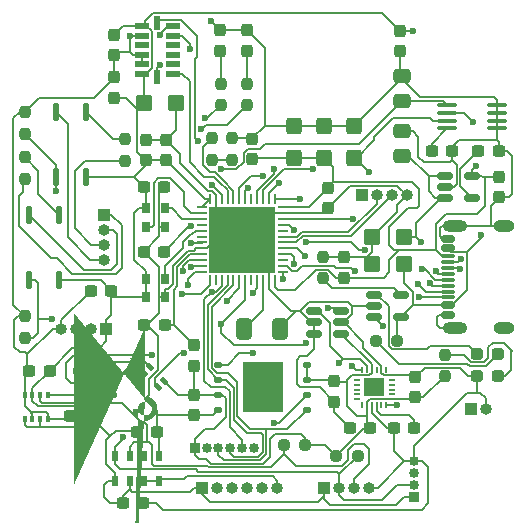
<source format=gtl>
G04 #@! TF.GenerationSoftware,KiCad,Pcbnew,8.0.7*
G04 #@! TF.CreationDate,2024-12-11T19:40:25+05:30*
G04 #@! TF.ProjectId,SNSRTG401V30,534e5352-5447-4343-9031-5633302e6b69,3.0*
G04 #@! TF.SameCoordinates,Original*
G04 #@! TF.FileFunction,Copper,L1,Top*
G04 #@! TF.FilePolarity,Positive*
%FSLAX46Y46*%
G04 Gerber Fmt 4.6, Leading zero omitted, Abs format (unit mm)*
G04 Created by KiCad (PCBNEW 8.0.7) date 2024-12-11 19:40:25*
%MOMM*%
%LPD*%
G01*
G04 APERTURE LIST*
G04 Aperture macros list*
%AMRoundRect*
0 Rectangle with rounded corners*
0 $1 Rounding radius*
0 $2 $3 $4 $5 $6 $7 $8 $9 X,Y pos of 4 corners*
0 Add a 4 corners polygon primitive as box body*
4,1,4,$2,$3,$4,$5,$6,$7,$8,$9,$2,$3,0*
0 Add four circle primitives for the rounded corners*
1,1,$1+$1,$2,$3*
1,1,$1+$1,$4,$5*
1,1,$1+$1,$6,$7*
1,1,$1+$1,$8,$9*
0 Add four rect primitives between the rounded corners*
20,1,$1+$1,$2,$3,$4,$5,0*
20,1,$1+$1,$4,$5,$6,$7,0*
20,1,$1+$1,$6,$7,$8,$9,0*
20,1,$1+$1,$8,$9,$2,$3,0*%
%AMRotRect*
0 Rectangle, with rotation*
0 The origin of the aperture is its center*
0 $1 length*
0 $2 width*
0 $3 Rotation angle, in degrees counterclockwise*
0 Add horizontal line*
21,1,$1,$2,0,0,$3*%
%AMFreePoly0*
4,1,59,0.202894,0.210017,0.397992,0.150835,0.577793,0.054728,0.735390,-0.074609,0.864728,-0.232207,0.960835,-0.412008,1.020017,-0.607106,1.040001,-0.810000,1.020017,-1.012894,0.960835,-1.207992,0.864728,-1.387793,0.735391,-1.545390,0.577793,-1.674728,0.397992,-1.770835,0.202894,-1.830017,0.000000,-1.850001,-0.202894,-1.830017,-0.397992,-1.770835,-0.577793,-1.674728,-0.735391,-1.545390,
-0.864728,-1.387793,-0.960835,-1.207992,-1.020017,-1.012894,-1.040001,-0.810000,-0.585005,-0.809999,-0.565071,-0.961410,-0.506629,-1.102503,-0.413661,-1.223660,-0.292503,-1.316629,-0.151410,-1.375071,0.000000,-1.395004,0.151410,-1.375071,0.292503,-1.316629,0.413661,-1.223660,0.506629,-1.102503,0.565071,-0.961410,0.585005,-0.809999,0.565071,-0.658590,0.506629,-0.517498,0.413661,-0.396338,
0.292503,-0.303371,0.151410,-0.244929,0.000000,-0.224994,-0.151410,-0.244929,-0.292502,-0.303371,-0.413661,-0.396338,-0.506629,-0.517498,-0.565071,-0.658590,-0.585005,-0.809999,-1.040001,-0.810000,-1.020017,-0.607106,-0.960835,-0.412008,-0.864728,-0.232207,-0.735390,-0.074609,-0.577793,0.054728,-0.397992,0.150835,-0.202894,0.210017,0.000000,0.230001,0.202894,0.210017,0.202894,0.210017,
$1*%
G04 Aperture macros list end*
G04 #@! TA.AperFunction,SMDPad,CuDef*
%ADD10RoundRect,0.237500X0.250000X0.237500X-0.250000X0.237500X-0.250000X-0.237500X0.250000X-0.237500X0*%
G04 #@! TD*
G04 #@! TA.AperFunction,ComponentPad*
%ADD11R,0.850000X0.850000*%
G04 #@! TD*
G04 #@! TA.AperFunction,ComponentPad*
%ADD12O,0.850000X0.850000*%
G04 #@! TD*
G04 #@! TA.AperFunction,SMDPad,CuDef*
%ADD13RoundRect,0.237500X0.300000X0.237500X-0.300000X0.237500X-0.300000X-0.237500X0.300000X-0.237500X0*%
G04 #@! TD*
G04 #@! TA.AperFunction,SMDPad,CuDef*
%ADD14RoundRect,0.237500X0.237500X-0.300000X0.237500X0.300000X-0.237500X0.300000X-0.237500X-0.300000X0*%
G04 #@! TD*
G04 #@! TA.AperFunction,SMDPad,CuDef*
%ADD15RoundRect,0.237500X0.237500X-0.250000X0.237500X0.250000X-0.237500X0.250000X-0.237500X-0.250000X0*%
G04 #@! TD*
G04 #@! TA.AperFunction,SMDPad,CuDef*
%ADD16RoundRect,0.237500X-0.287500X-0.237500X0.287500X-0.237500X0.287500X0.237500X-0.287500X0.237500X0*%
G04 #@! TD*
G04 #@! TA.AperFunction,SMDPad,CuDef*
%ADD17RoundRect,0.237500X-0.237500X0.250000X-0.237500X-0.250000X0.237500X-0.250000X0.237500X0.250000X0*%
G04 #@! TD*
G04 #@! TA.AperFunction,ComponentPad*
%ADD18R,1.000000X1.000000*%
G04 #@! TD*
G04 #@! TA.AperFunction,ComponentPad*
%ADD19O,1.000000X1.000000*%
G04 #@! TD*
G04 #@! TA.AperFunction,SMDPad,CuDef*
%ADD20RoundRect,0.250000X-0.450000X-0.425000X0.450000X-0.425000X0.450000X0.425000X-0.450000X0.425000X0*%
G04 #@! TD*
G04 #@! TA.AperFunction,SMDPad,CuDef*
%ADD21RoundRect,0.237500X-0.300000X-0.237500X0.300000X-0.237500X0.300000X0.237500X-0.300000X0.237500X0*%
G04 #@! TD*
G04 #@! TA.AperFunction,SMDPad,CuDef*
%ADD22RoundRect,0.250000X0.425000X-0.450000X0.425000X0.450000X-0.425000X0.450000X-0.425000X-0.450000X0*%
G04 #@! TD*
G04 #@! TA.AperFunction,SMDPad,CuDef*
%ADD23R,0.650000X0.850000*%
G04 #@! TD*
G04 #@! TA.AperFunction,SMDPad,CuDef*
%ADD24R,1.145000X0.550000*%
G04 #@! TD*
G04 #@! TA.AperFunction,SMDPad,CuDef*
%ADD25R,0.550000X1.145000*%
G04 #@! TD*
G04 #@! TA.AperFunction,SMDPad,CuDef*
%ADD26RoundRect,0.150000X-0.512500X-0.150000X0.512500X-0.150000X0.512500X0.150000X-0.512500X0.150000X0*%
G04 #@! TD*
G04 #@! TA.AperFunction,SMDPad,CuDef*
%ADD27RoundRect,0.237500X-0.237500X0.300000X-0.237500X-0.300000X0.237500X-0.300000X0.237500X0.300000X0*%
G04 #@! TD*
G04 #@! TA.AperFunction,SMDPad,CuDef*
%ADD28RoundRect,0.100000X-0.712500X-0.100000X0.712500X-0.100000X0.712500X0.100000X-0.712500X0.100000X0*%
G04 #@! TD*
G04 #@! TA.AperFunction,SMDPad,CuDef*
%ADD29RoundRect,0.125000X-0.200000X-0.125000X0.200000X-0.125000X0.200000X0.125000X-0.200000X0.125000X0*%
G04 #@! TD*
G04 #@! TA.AperFunction,SMDPad,CuDef*
%ADD30R,3.400000X4.300000*%
G04 #@! TD*
G04 #@! TA.AperFunction,SMDPad,CuDef*
%ADD31RoundRect,0.062500X-0.375000X-0.062500X0.375000X-0.062500X0.375000X0.062500X-0.375000X0.062500X0*%
G04 #@! TD*
G04 #@! TA.AperFunction,SMDPad,CuDef*
%ADD32RoundRect,0.062500X-0.062500X-0.375000X0.062500X-0.375000X0.062500X0.375000X-0.062500X0.375000X0*%
G04 #@! TD*
G04 #@! TA.AperFunction,SMDPad,CuDef*
%ADD33R,5.600000X5.600000*%
G04 #@! TD*
G04 #@! TA.AperFunction,SMDPad,CuDef*
%ADD34RoundRect,0.250000X0.450000X0.425000X-0.450000X0.425000X-0.450000X-0.425000X0.450000X-0.425000X0*%
G04 #@! TD*
G04 #@! TA.AperFunction,SMDPad,CuDef*
%ADD35RoundRect,0.237500X0.237500X-0.287500X0.237500X0.287500X-0.237500X0.287500X-0.237500X-0.287500X0*%
G04 #@! TD*
G04 #@! TA.AperFunction,SMDPad,CuDef*
%ADD36R,0.550000X0.950000*%
G04 #@! TD*
G04 #@! TA.AperFunction,SMDPad,CuDef*
%ADD37RotRect,0.450000X0.700000X225.000000*%
G04 #@! TD*
G04 #@! TA.AperFunction,SMDPad,CuDef*
%ADD38FreePoly0,225.000000*%
G04 #@! TD*
G04 #@! TA.AperFunction,SMDPad,CuDef*
%ADD39RoundRect,0.137500X-0.137500X0.587500X-0.137500X-0.587500X0.137500X-0.587500X0.137500X0.587500X0*%
G04 #@! TD*
G04 #@! TA.AperFunction,SMDPad,CuDef*
%ADD40RoundRect,0.237500X-0.237500X0.287500X-0.237500X-0.287500X0.237500X-0.287500X0.237500X0.287500X0*%
G04 #@! TD*
G04 #@! TA.AperFunction,SMDPad,CuDef*
%ADD41RoundRect,0.250000X-0.475000X0.337500X-0.475000X-0.337500X0.475000X-0.337500X0.475000X0.337500X0*%
G04 #@! TD*
G04 #@! TA.AperFunction,SMDPad,CuDef*
%ADD42RoundRect,0.250000X-0.412500X-0.650000X0.412500X-0.650000X0.412500X0.650000X-0.412500X0.650000X0*%
G04 #@! TD*
G04 #@! TA.AperFunction,SMDPad,CuDef*
%ADD43R,0.350000X0.500000*%
G04 #@! TD*
G04 #@! TA.AperFunction,SMDPad,CuDef*
%ADD44RoundRect,0.050000X-0.225000X-0.050000X0.225000X-0.050000X0.225000X0.050000X-0.225000X0.050000X0*%
G04 #@! TD*
G04 #@! TA.AperFunction,SMDPad,CuDef*
%ADD45RoundRect,0.050000X0.050000X-0.225000X0.050000X0.225000X-0.050000X0.225000X-0.050000X-0.225000X0*%
G04 #@! TD*
G04 #@! TA.AperFunction,SMDPad,CuDef*
%ADD46R,1.700000X1.540000*%
G04 #@! TD*
G04 #@! TA.AperFunction,SMDPad,CuDef*
%ADD47RoundRect,0.237500X-0.250000X-0.237500X0.250000X-0.237500X0.250000X0.237500X-0.250000X0.237500X0*%
G04 #@! TD*
G04 #@! TA.AperFunction,SMDPad,CuDef*
%ADD48RoundRect,0.150000X0.425000X-0.150000X0.425000X0.150000X-0.425000X0.150000X-0.425000X-0.150000X0*%
G04 #@! TD*
G04 #@! TA.AperFunction,SMDPad,CuDef*
%ADD49RoundRect,0.075000X0.500000X-0.075000X0.500000X0.075000X-0.500000X0.075000X-0.500000X-0.075000X0*%
G04 #@! TD*
G04 #@! TA.AperFunction,ComponentPad*
%ADD50O,2.100000X1.000000*%
G04 #@! TD*
G04 #@! TA.AperFunction,ComponentPad*
%ADD51O,1.800000X1.000000*%
G04 #@! TD*
G04 #@! TA.AperFunction,ViaPad*
%ADD52C,0.600000*%
G04 #@! TD*
G04 #@! TA.AperFunction,Conductor*
%ADD53C,0.150000*%
G04 #@! TD*
G04 APERTURE END LIST*
D10*
X113259700Y-54740000D03*
X111434700Y-54740000D03*
X88138000Y-57277000D03*
X86313000Y-57277000D03*
D11*
X114650000Y-67960000D03*
D12*
X114650000Y-66960000D03*
X114650000Y-65960000D03*
X114650000Y-64960000D03*
D13*
X93562500Y-53380000D03*
X91837500Y-53380000D03*
D14*
X100965000Y-39370000D03*
X100965000Y-37645000D03*
D15*
X97536000Y-39420800D03*
X97536000Y-37595800D03*
D16*
X120025000Y-55850000D03*
X121775000Y-55850000D03*
D14*
X107893800Y-59894500D03*
X107893800Y-58169500D03*
D17*
X99269900Y-37595800D03*
X99269900Y-39420800D03*
D18*
X88620600Y-53721000D03*
D19*
X87350600Y-53721000D03*
X86080600Y-53721000D03*
X84810600Y-53721000D03*
D20*
X91787500Y-34569400D03*
X94487500Y-34569400D03*
D15*
X106950000Y-49445000D03*
X106950000Y-47620000D03*
D11*
X96102800Y-63779400D03*
D12*
X97102800Y-63779400D03*
X98102800Y-63779400D03*
X99102800Y-63779400D03*
X100102800Y-63779400D03*
X101102800Y-63779400D03*
D21*
X112969300Y-62128400D03*
X114694300Y-62128400D03*
D18*
X88392000Y-44069000D03*
D19*
X88392000Y-45339000D03*
X88392000Y-46609000D03*
X88392000Y-47879000D03*
D21*
X91761500Y-41706800D03*
X93486500Y-41706800D03*
D22*
X104521000Y-39246800D03*
X104521000Y-36546800D03*
D23*
X91949000Y-45072600D03*
X93599000Y-45072600D03*
X93599000Y-43522600D03*
X91949000Y-43522600D03*
D24*
X91634000Y-28118000D03*
X91634000Y-28918000D03*
X91634000Y-29718000D03*
X91634000Y-30518000D03*
X91634000Y-31318000D03*
X91634000Y-32118000D03*
D25*
X92934000Y-32418000D03*
D24*
X94234000Y-32118000D03*
X94234000Y-31318000D03*
X94234000Y-30518000D03*
X94234000Y-29718000D03*
X94234000Y-28918000D03*
X94234000Y-28118000D03*
D25*
X92934000Y-27818000D03*
D26*
X106235000Y-52230000D03*
X106235000Y-53180000D03*
X106235000Y-54130000D03*
X108510000Y-54130000D03*
X108510000Y-53180000D03*
X108510000Y-52230000D03*
D15*
X90220800Y-39495100D03*
X90220800Y-37670100D03*
D27*
X89281000Y-32436900D03*
X89281000Y-34161900D03*
X121900000Y-40875000D03*
X121900000Y-42600000D03*
D14*
X93675200Y-39445100D03*
X93675200Y-37720100D03*
D23*
X91949000Y-51041600D03*
X93599000Y-51041600D03*
X93599000Y-49491600D03*
X91949000Y-49491600D03*
D28*
X117475000Y-34800000D03*
X117475000Y-35450000D03*
X117475000Y-36100000D03*
X117475000Y-36750000D03*
X121700000Y-36750000D03*
X121700000Y-36100000D03*
X121700000Y-35450000D03*
X121700000Y-34800000D03*
D13*
X91740000Y-68470000D03*
X90015000Y-68470000D03*
D26*
X117305000Y-40760000D03*
X117305000Y-41710000D03*
X117305000Y-42660000D03*
X119580000Y-42660000D03*
X119580000Y-40760000D03*
D29*
X98104000Y-56769000D03*
X98104000Y-58039000D03*
X98104000Y-59309000D03*
X98104000Y-60579000D03*
X105604000Y-60579000D03*
X105604000Y-59309000D03*
X105604000Y-58039000D03*
X105604000Y-56769000D03*
D30*
X101854000Y-58674000D03*
D15*
X98298000Y-34798000D03*
X98298000Y-32973000D03*
D18*
X96748600Y-67200000D03*
D19*
X98018600Y-67200000D03*
X99288600Y-67200000D03*
X100558600Y-67200000D03*
X101828600Y-67200000D03*
X103098600Y-67200000D03*
D31*
X96692500Y-43420000D03*
X96692500Y-43920000D03*
X96692500Y-44420000D03*
X96692500Y-44920000D03*
X96692500Y-45420000D03*
X96692500Y-45920000D03*
X96692500Y-46420000D03*
X96692500Y-46920000D03*
X96692500Y-47420000D03*
X96692500Y-47920000D03*
X96692500Y-48420000D03*
X96692500Y-48920000D03*
D32*
X97380000Y-49607500D03*
X97880000Y-49607500D03*
X98380000Y-49607500D03*
X98880000Y-49607500D03*
X99380000Y-49607500D03*
X99880000Y-49607500D03*
X100380000Y-49607500D03*
X100880000Y-49607500D03*
X101380000Y-49607500D03*
X101880000Y-49607500D03*
X102380000Y-49607500D03*
X102880000Y-49607500D03*
D31*
X103567500Y-48920000D03*
X103567500Y-48420000D03*
X103567500Y-47920000D03*
X103567500Y-47420000D03*
X103567500Y-46920000D03*
X103567500Y-46420000D03*
X103567500Y-45920000D03*
X103567500Y-45420000D03*
X103567500Y-44920000D03*
X103567500Y-44420000D03*
X103567500Y-43920000D03*
X103567500Y-43420000D03*
D32*
X102880000Y-42732500D03*
X102380000Y-42732500D03*
X101880000Y-42732500D03*
X101380000Y-42732500D03*
X100880000Y-42732500D03*
X100380000Y-42732500D03*
X99880000Y-42732500D03*
X99380000Y-42732500D03*
X98880000Y-42732500D03*
X98380000Y-42732500D03*
X97880000Y-42732500D03*
X97380000Y-42732500D03*
D33*
X100130000Y-46170000D03*
D21*
X116145000Y-38690000D03*
X117870000Y-38690000D03*
D34*
X113820000Y-48242800D03*
X111120000Y-48242800D03*
D35*
X96060000Y-56880000D03*
X96060000Y-55130000D03*
D27*
X108706200Y-47670000D03*
X108706200Y-49395000D03*
D18*
X107061000Y-67200000D03*
D19*
X108331000Y-67200000D03*
X109601000Y-67200000D03*
X110871000Y-67200000D03*
D21*
X120100000Y-38700000D03*
X121825000Y-38700000D03*
D36*
X89335000Y-66615000D03*
X90585000Y-66615000D03*
X91835000Y-66615000D03*
X93085000Y-66615000D03*
X93085000Y-64465000D03*
X91835000Y-64465000D03*
X90585000Y-64465000D03*
X89335000Y-64465000D03*
D22*
X107061000Y-39246800D03*
X107061000Y-36546800D03*
D37*
X93490001Y-58149981D03*
X92995026Y-58644955D03*
X92287919Y-56947899D03*
X91792945Y-57442874D03*
D38*
X91920224Y-59663189D03*
D14*
X91948000Y-39445100D03*
X91948000Y-37720100D03*
D21*
X85545000Y-61140000D03*
X87270000Y-61140000D03*
D13*
X89025900Y-50495200D03*
X87300900Y-50495200D03*
D18*
X110240000Y-42418000D03*
D19*
X111510000Y-42418000D03*
X112780000Y-42418000D03*
X114050000Y-42418000D03*
D15*
X81711800Y-37209100D03*
X81711800Y-35384100D03*
D22*
X109601000Y-39246800D03*
X109601000Y-36546800D03*
D15*
X117250000Y-57750000D03*
X117250000Y-55925000D03*
D39*
X86868000Y-35394000D03*
X84328000Y-35394000D03*
X84328000Y-40894000D03*
X86868000Y-40894000D03*
D40*
X100507800Y-28450600D03*
X100507800Y-30200600D03*
D13*
X93486500Y-47193200D03*
X91761500Y-47193200D03*
D41*
X113614200Y-37011700D03*
X113614200Y-39086700D03*
D15*
X100533200Y-34798000D03*
X100533200Y-32973000D03*
D26*
X111275000Y-50840000D03*
X111275000Y-51790000D03*
X111275000Y-52740000D03*
X113550000Y-52740000D03*
X113550000Y-50840000D03*
D14*
X113436400Y-30224900D03*
X113436400Y-28499900D03*
D42*
X100235000Y-53760000D03*
X103360000Y-53760000D03*
D16*
X120025000Y-57705000D03*
X121775000Y-57705000D03*
D34*
X113820000Y-45920000D03*
X111120000Y-45920000D03*
D43*
X81700000Y-59350000D03*
X82350000Y-59350000D03*
X83000000Y-59350000D03*
X83650000Y-59350000D03*
X83650000Y-61400000D03*
X83000000Y-61400000D03*
X82350000Y-61400000D03*
X81700000Y-61400000D03*
D10*
X109903900Y-64465200D03*
X108078900Y-64465200D03*
D15*
X81711800Y-41044500D03*
X81711800Y-39219500D03*
D40*
X98272600Y-28450600D03*
X98272600Y-30200600D03*
D15*
X81711800Y-54481100D03*
X81711800Y-52656100D03*
D44*
X109797400Y-57676400D03*
X109797400Y-58076400D03*
X109797400Y-58476400D03*
X109797400Y-58876400D03*
X109797400Y-59276400D03*
X109797400Y-59676400D03*
D45*
X110297400Y-60176400D03*
X110697400Y-60176400D03*
X111097400Y-60176400D03*
X111497400Y-60176400D03*
X111897400Y-60176400D03*
X112297400Y-60176400D03*
D44*
X112797400Y-59676400D03*
X112797400Y-59276400D03*
X112797400Y-58876400D03*
X112797400Y-58476400D03*
X112797400Y-58076400D03*
X112797400Y-57676400D03*
D45*
X112297400Y-57176400D03*
X111897400Y-57176400D03*
X111497400Y-57176400D03*
X111097400Y-57176400D03*
X110697400Y-57176400D03*
X110297400Y-57176400D03*
D46*
X111297400Y-58676400D03*
D21*
X109216800Y-62128400D03*
X110941800Y-62128400D03*
D27*
X107370000Y-41785000D03*
X107370000Y-43510000D03*
D21*
X82095000Y-57277000D03*
X83820000Y-57277000D03*
D47*
X103632000Y-63525400D03*
X105457000Y-63525400D03*
D14*
X89281000Y-30583700D03*
X89281000Y-28858700D03*
D48*
X117545000Y-52520000D03*
X117545000Y-51720000D03*
D49*
X117545000Y-50570000D03*
X117545000Y-49570000D03*
X117545000Y-49070000D03*
X117545000Y-48070000D03*
D48*
X117545000Y-46920000D03*
X117545000Y-46120000D03*
X117545000Y-46120000D03*
X117545000Y-46920000D03*
D49*
X117545000Y-47570000D03*
X117545000Y-48570000D03*
X117545000Y-50070000D03*
X117545000Y-51070000D03*
D48*
X117545000Y-51720000D03*
X117545000Y-52520000D03*
D50*
X118120000Y-53640000D03*
D51*
X122300000Y-53640000D03*
D50*
X118120000Y-45000000D03*
D51*
X122300000Y-45000000D03*
D14*
X96060000Y-61035100D03*
X96060000Y-59310100D03*
D18*
X119456200Y-60550000D03*
D19*
X120726200Y-60550000D03*
D41*
X113614200Y-32363500D03*
X113614200Y-34438500D03*
D39*
X84582000Y-44113000D03*
X82042000Y-44113000D03*
X82042000Y-49613000D03*
X84582000Y-49613000D03*
D13*
X92920001Y-62470000D03*
X91194999Y-62470000D03*
D27*
X114751800Y-57812600D03*
X114751800Y-59537600D03*
D52*
X115036100Y-49921100D03*
X105487300Y-46388600D03*
X95773800Y-46438600D03*
X110490800Y-47064400D03*
X95802400Y-45047400D03*
X97500700Y-27678700D03*
X90591900Y-28918000D03*
X115979500Y-49861600D03*
X118583900Y-48657900D03*
X119933200Y-39947600D03*
X114617500Y-28499900D03*
X120341700Y-45800700D03*
X119666900Y-36234600D03*
X118615000Y-47812900D03*
X98840700Y-51352600D03*
X84055300Y-52930200D03*
X98347600Y-53298700D03*
X105477600Y-54940000D03*
X84325400Y-42073400D03*
X115110800Y-51070000D03*
X100577000Y-41841800D03*
X90064000Y-62909100D03*
X89242200Y-59335900D03*
X108331000Y-56631000D03*
X101900000Y-40775800D03*
X107392800Y-51968000D03*
X109443700Y-56850500D03*
X95537200Y-49990700D03*
X94994000Y-50816900D03*
X93160400Y-31392400D03*
X103252900Y-41378500D03*
X96376900Y-37833200D03*
X102806600Y-61709100D03*
X97523100Y-50643500D03*
X95717800Y-30062500D03*
X93153800Y-28860900D03*
X113263500Y-60205400D03*
X109632100Y-48807400D03*
X105410700Y-47586400D03*
X101030000Y-55770000D03*
X104518700Y-45334900D03*
X89095800Y-57299800D03*
X104523000Y-48278900D03*
X100995900Y-50679700D03*
X95221100Y-55793800D03*
X92448500Y-55951500D03*
X103531200Y-49496900D03*
X109480500Y-44420000D03*
X115356400Y-48683900D03*
X105024900Y-42732500D03*
X116506300Y-48870800D03*
X110840400Y-40486200D03*
X96626000Y-36784500D03*
X95785200Y-48464800D03*
X102808800Y-40177100D03*
X95107300Y-48862900D03*
X96949300Y-35919900D03*
X98350600Y-40218700D03*
X97521300Y-41512400D03*
X112003000Y-53496300D03*
X115253800Y-46354800D03*
X106146500Y-40222900D03*
D53*
X93486500Y-47193200D02*
X95632300Y-45047400D01*
X115685000Y-50570000D02*
X115036100Y-49921100D01*
X96692500Y-46420000D02*
X96673900Y-46438600D01*
X110490800Y-47064400D02*
X110004400Y-47064400D01*
X96673900Y-46438600D02*
X95773800Y-46438600D01*
X95632300Y-45047400D02*
X95802400Y-45047400D01*
X110004400Y-47064400D02*
X109328600Y-46388600D01*
X109328600Y-46388600D02*
X105487300Y-46388600D01*
X117545000Y-50570000D02*
X115685000Y-50570000D01*
X99269900Y-39420800D02*
X97536000Y-39420800D01*
X113614200Y-32563900D02*
X113583900Y-32563900D01*
X92980800Y-57199200D02*
X92234000Y-57946000D01*
X94879000Y-39689200D02*
X94879000Y-38923900D01*
X115310000Y-69040000D02*
X93380000Y-69040000D01*
X80830000Y-53000000D02*
X81173900Y-52656100D01*
X93085000Y-66615000D02*
X91835000Y-66615000D01*
X113436400Y-30224900D02*
X113436400Y-32185700D01*
X82350000Y-60921000D02*
X82350000Y-61400000D01*
X102710000Y-66220000D02*
X103098600Y-66608600D01*
X93675200Y-37720100D02*
X91948000Y-37720100D01*
X93226700Y-66473300D02*
X95156700Y-66473300D01*
X82154500Y-60725500D02*
X82350000Y-60921000D01*
X97880000Y-42732500D02*
X97880000Y-42385600D01*
X118070000Y-41710000D02*
X118295000Y-41485000D01*
X122570000Y-38700000D02*
X122930000Y-39060000D01*
X110652900Y-47670000D02*
X111120000Y-47202900D01*
X111897400Y-57452200D02*
X111897400Y-57176400D01*
X113262400Y-41630400D02*
X114050000Y-42418000D01*
X93047300Y-52356200D02*
X93047300Y-51041600D01*
X115370000Y-64960000D02*
X115840000Y-65430000D01*
X93599000Y-51041600D02*
X93123200Y-51041600D01*
X114541700Y-37011700D02*
X115010000Y-37480000D01*
X109435000Y-51790000D02*
X109435000Y-52505700D01*
X84810600Y-53721000D02*
X84083900Y-53721000D01*
X100130000Y-46170000D02*
X102380000Y-48420000D01*
X109216800Y-62128400D02*
X107893800Y-60805400D01*
X116580000Y-53376700D02*
X116843300Y-53640000D01*
X122300000Y-45000000D02*
X121173300Y-45000000D01*
X97880000Y-46160300D02*
X97120300Y-46920000D01*
X105782800Y-51441200D02*
X109086200Y-51441200D01*
X122930000Y-39060000D02*
X122930000Y-42340000D01*
X117060000Y-46120000D02*
X116843300Y-45903300D01*
X81711800Y-35384100D02*
X81275900Y-35384100D01*
X93048100Y-51041600D02*
X93047300Y-51041600D01*
X105610000Y-56060000D02*
X105040000Y-56060000D01*
X105919300Y-53180000D02*
X104981700Y-52242300D01*
X104222300Y-52242300D02*
X104651000Y-52242300D01*
X93047300Y-48479000D02*
X91761500Y-47193200D01*
X83500000Y-60780000D02*
X82209000Y-60780000D01*
X115010000Y-37480000D02*
X115010000Y-39170000D01*
X112969300Y-64091600D02*
X113837700Y-64960000D01*
X104750000Y-58440000D02*
X104975350Y-58665350D01*
X112797400Y-57679700D02*
X112124900Y-57679700D01*
X89538900Y-30325800D02*
X90591900Y-30325800D01*
X81700000Y-60271000D02*
X82154500Y-60725500D01*
X113837700Y-64960000D02*
X114650000Y-64960000D01*
X97880000Y-46160300D02*
X100120300Y-46160300D01*
X120025000Y-59122100D02*
X119177900Y-59122100D01*
X118120000Y-45000000D02*
X121173300Y-45000000D01*
X82095000Y-57277000D02*
X81700000Y-57672000D01*
X121650000Y-37770000D02*
X121825000Y-37945000D01*
X117874200Y-39430000D02*
X117870000Y-39430000D01*
X114751800Y-57812600D02*
X114618900Y-57679700D01*
X100965000Y-37645000D02*
X100965000Y-37595800D01*
X116580000Y-52720000D02*
X116580000Y-53376700D01*
X97880000Y-42385600D02*
X97561000Y-42066600D01*
X121700000Y-35450000D02*
X121700000Y-34800000D01*
X92920000Y-61035100D02*
X96060000Y-61035100D01*
X97120300Y-46920000D02*
X96692500Y-46920000D01*
X103360000Y-53533300D02*
X103360000Y-53760000D01*
X90591900Y-30325800D02*
X90642600Y-30325800D01*
X107370000Y-43510000D02*
X106960000Y-43920000D01*
X113436400Y-32185700D02*
X113614200Y-32363500D01*
X90834800Y-28918000D02*
X90591900Y-28918000D01*
X96226600Y-46920000D02*
X96692500Y-46920000D01*
X121825000Y-38700000D02*
X122570000Y-38700000D01*
X92920000Y-62470000D02*
X93085000Y-62635000D01*
X92920000Y-60663000D02*
X92920000Y-61035100D01*
X92234000Y-57946000D02*
X92234000Y-59349400D01*
X114618900Y-57679700D02*
X112797400Y-57679700D01*
X93675200Y-37720100D02*
X94487500Y-36907800D01*
X92810000Y-68470000D02*
X91740000Y-68470000D01*
X91920200Y-59663200D02*
X92920000Y-60663000D01*
X81285761Y-55685761D02*
X80830000Y-55230000D01*
X89281000Y-32460600D02*
X87574200Y-34167400D01*
X107061000Y-36546800D02*
X104521000Y-36546800D01*
X93123200Y-51041600D02*
X93048800Y-51041600D01*
X108706200Y-47670000D02*
X107000000Y-47670000D01*
X115558100Y-57006300D02*
X114751800Y-57812600D01*
X93085000Y-62635000D02*
X93085000Y-64465000D01*
X118295000Y-41485000D02*
X118295000Y-39850800D01*
X111097400Y-60176400D02*
X111097400Y-60817400D01*
X120292100Y-59122100D02*
X120726200Y-59556200D01*
X106664650Y-58665350D02*
X107893800Y-59894500D01*
X120025000Y-59122100D02*
X120025000Y-57705000D01*
X122940000Y-42350000D02*
X122690000Y-42600000D01*
X92234000Y-59349400D02*
X91920200Y-59663200D01*
X107000000Y-47670000D02*
X106950000Y-47620000D01*
X117870000Y-38690000D02*
X117870000Y-38350000D01*
X81275900Y-35384100D02*
X80750000Y-35910000D01*
X121173300Y-43326700D02*
X121900000Y-42600000D01*
X111897400Y-56869700D02*
X110386700Y-55359000D01*
X121173300Y-45000000D02*
X121173300Y-43326700D01*
X113614200Y-32563900D02*
X113614200Y-32363500D01*
X95531800Y-47120000D02*
X96026600Y-47120000D01*
X106235000Y-55435000D02*
X105610000Y-56060000D01*
X106235000Y-53180000D02*
X106235000Y-54130000D01*
X105040000Y-56060000D02*
X104750000Y-56350000D01*
X104981600Y-52242300D02*
X104981700Y-52242300D01*
X95410000Y-66220000D02*
X102710000Y-66220000D01*
X107893800Y-60805400D02*
X107893800Y-59894500D01*
X104651000Y-52242300D02*
X104981600Y-52242300D01*
X92920000Y-61035100D02*
X92920000Y-62470000D01*
X93047300Y-45049900D02*
X93070000Y-45072600D01*
X102014000Y-29956800D02*
X102014000Y-36546800D01*
X100965000Y-37595800D02*
X102014000Y-36546800D01*
X113235000Y-43805000D02*
X113235000Y-43233000D01*
X116780000Y-52520000D02*
X116580000Y-52720000D01*
X121700000Y-36750000D02*
X121700000Y-37720000D01*
X81714239Y-55685761D02*
X81285761Y-55685761D01*
X117670000Y-39630000D02*
X117870000Y-39430000D01*
X95156700Y-66473300D02*
X95410000Y-66220000D01*
X113614200Y-32563900D02*
X115153000Y-34102700D01*
X117053300Y-45000000D02*
X118120000Y-45000000D01*
X84810600Y-52985500D02*
X84810600Y-53721000D01*
X110652900Y-47775700D02*
X110652900Y-47670000D01*
X121650000Y-37770000D02*
X121700000Y-37720000D01*
X83650000Y-60930000D02*
X83500000Y-60780000D01*
X94879000Y-38923900D02*
X93675200Y-37720100D01*
X116843300Y-45210000D02*
X117053300Y-45000000D01*
X104981700Y-52242300D02*
X105782800Y-51441200D01*
X81916700Y-55888200D02*
X84083900Y-53721000D01*
X117870000Y-38690000D02*
X117870000Y-39430000D01*
X104975350Y-58665350D02*
X106664650Y-58665350D01*
X91837500Y-53380000D02*
X92023500Y-53380000D01*
X93047300Y-51041600D02*
X93047300Y-48479000D01*
X120025000Y-57705000D02*
X119245300Y-57705000D01*
X120025000Y-59122100D02*
X120292100Y-59122100D01*
X117545000Y-52520000D02*
X116780000Y-52520000D01*
X112969300Y-62128400D02*
X112969300Y-64091600D01*
X106960000Y-43920000D02*
X103567500Y-43920000D01*
X121700000Y-34360000D02*
X121700000Y-34800000D01*
X93085000Y-66615000D02*
X93226700Y-66473300D01*
X81700000Y-57672000D02*
X81700000Y-59350000D01*
X97561000Y-42066600D02*
X97256400Y-42066600D01*
X111120000Y-48242800D02*
X110652900Y-47775700D01*
X91634000Y-30518000D02*
X90834800Y-30518000D01*
X96026600Y-47120000D02*
X96226600Y-46920000D01*
X93486500Y-41706800D02*
X93047300Y-42146000D01*
X117545000Y-46120000D02*
X117060000Y-46120000D01*
X113583900Y-32563900D02*
X109601000Y-36546800D01*
X104651000Y-52242300D02*
X103360000Y-53533300D01*
X93070000Y-45072600D02*
X93070000Y-45884700D01*
X111097400Y-60817400D02*
X112408400Y-62128400D01*
X118450000Y-37770000D02*
X121650000Y-37770000D01*
X97880000Y-42732500D02*
X97880000Y-46160300D01*
X93070000Y-45884700D02*
X91761500Y-47193200D01*
X97256400Y-42066600D02*
X94879000Y-39689200D01*
X89281000Y-32436900D02*
X89281000Y-32460600D01*
X94278900Y-48372900D02*
X95531800Y-47120000D01*
X109435000Y-51790000D02*
X111275000Y-51790000D01*
X110871000Y-67200000D02*
X111597700Y-67200000D01*
X94278900Y-49926800D02*
X94278900Y-48372900D01*
X93599000Y-45072600D02*
X93070000Y-45072600D01*
X98272600Y-28450600D02*
X97500700Y-27678700D01*
X102380000Y-50400000D02*
X104222300Y-52242300D01*
X82209000Y-60780000D02*
X82154500Y-60725500D01*
X107370000Y-43510000D02*
X109249600Y-41630400D01*
X93815800Y-50389900D02*
X94278900Y-49926800D01*
X109249600Y-41630400D02*
X113262400Y-41630400D01*
X110386700Y-54806000D02*
X108760700Y-53180000D01*
X97647900Y-61035100D02*
X98104000Y-60579000D01*
X87574200Y-34167400D02*
X82928500Y-34167400D01*
X102380000Y-43920000D02*
X100130000Y-46170000D01*
X93599000Y-51041600D02*
X93599000Y-50389900D01*
X117305000Y-41710000D02*
X118070000Y-41710000D01*
X109086200Y-51441200D02*
X109435000Y-51790000D01*
X109601000Y-36546800D02*
X107061000Y-36546800D01*
X118120000Y-53640000D02*
X116843300Y-53640000D01*
X121442700Y-34102700D02*
X121700000Y-34360000D01*
X108760700Y-53180000D02*
X108510000Y-53180000D01*
X110652900Y-47670000D02*
X108706200Y-47670000D01*
X81173900Y-52656100D02*
X81711800Y-52656100D01*
X93047300Y-42146000D02*
X93047300Y-45049900D01*
X92023500Y-53380000D02*
X93047300Y-52356200D01*
X94487500Y-36907800D02*
X94487500Y-34569400D01*
X115470000Y-39630000D02*
X117670000Y-39630000D01*
X116843300Y-45903300D02*
X116843300Y-45210000D01*
X121700000Y-35450000D02*
X121700000Y-36100000D01*
X85285000Y-61400000D02*
X85545000Y-61140000D01*
X80750000Y-35910000D02*
X80750000Y-51694300D01*
X81700000Y-59350000D02*
X81700000Y-60271000D01*
X117870000Y-38350000D02*
X118450000Y-37770000D01*
X113614200Y-37011700D02*
X114541700Y-37011700D01*
X81916600Y-55888300D02*
X81916700Y-55888200D01*
X91634000Y-28918000D02*
X90834800Y-28918000D01*
X92023500Y-53380000D02*
X92980800Y-54337300D01*
X111597700Y-67200000D02*
X113837700Y-64960000D01*
X80750000Y-51694300D02*
X81711800Y-52656100D01*
X113235000Y-43233000D02*
X114050000Y-42418000D01*
X93048800Y-51041600D02*
X93048100Y-51041600D01*
X106235000Y-54130000D02*
X106235000Y-55435000D01*
X93380000Y-69040000D02*
X92810000Y-68470000D01*
X89281000Y-30583700D02*
X89281000Y-32436900D01*
X114650000Y-64960000D02*
X115370000Y-64960000D01*
X90591900Y-28918000D02*
X90591900Y-30325800D01*
X100120300Y-46160300D02*
X100130000Y-46170000D01*
X119245300Y-57705000D02*
X118546600Y-57006300D01*
X121825000Y-37945000D02*
X121825000Y-38700000D01*
X80830000Y-55230000D02*
X80830000Y-53000000D01*
X102380000Y-48420000D02*
X102380000Y-49607500D01*
X89281000Y-30583700D02*
X89538900Y-30325800D01*
X109435000Y-52505700D02*
X108760700Y-53180000D01*
X87300900Y-50495200D02*
X84810600Y-52985500D01*
X81916600Y-57098600D02*
X81916600Y-55888300D01*
X104750000Y-56350000D02*
X104750000Y-58440000D01*
X83650000Y-61400000D02*
X83650000Y-60930000D01*
X122930000Y-42340000D02*
X122940000Y-42350000D01*
X111120000Y-45920000D02*
X113235000Y-43805000D01*
X81916700Y-55888200D02*
X81714239Y-55685761D01*
X96060000Y-61035100D02*
X97647900Y-61035100D01*
X112124900Y-57679700D02*
X111897400Y-57452200D01*
X119177900Y-59122100D02*
X114650000Y-63650000D01*
X91634000Y-31318000D02*
X91634000Y-30518000D01*
X122690000Y-42600000D02*
X121900000Y-42600000D01*
X118295000Y-39850800D02*
X117874200Y-39430000D01*
X115840000Y-68510000D02*
X115310000Y-69040000D01*
X106235000Y-53180000D02*
X105919300Y-53180000D01*
X103567500Y-43920000D02*
X102380000Y-43920000D01*
X115840000Y-65430000D02*
X115840000Y-68510000D01*
X114650000Y-63650000D02*
X114650000Y-64960000D01*
X102380000Y-49607500D02*
X102380000Y-50400000D01*
X112797400Y-57676400D02*
X112797400Y-57679700D01*
X120726200Y-59556200D02*
X120726200Y-60550000D01*
X111897400Y-57176400D02*
X111897400Y-56869700D01*
X103098600Y-66608600D02*
X103098600Y-67200000D01*
X115153000Y-34102700D02*
X121442700Y-34102700D01*
X83650000Y-61400000D02*
X85285000Y-61400000D01*
X121700000Y-36100000D02*
X121700000Y-36750000D01*
X100507800Y-28450600D02*
X98272600Y-28450600D01*
X92980800Y-54337300D02*
X92980800Y-57199200D01*
X82928500Y-34167400D02*
X81711800Y-35384100D01*
X90642600Y-30325800D02*
X90834800Y-30518000D01*
X93599000Y-50389900D02*
X93815800Y-50389900D01*
X111120000Y-47202900D02*
X111120000Y-45920000D01*
X82095000Y-57277000D02*
X81916600Y-57098600D01*
X100507800Y-28450600D02*
X102014000Y-29956800D01*
X115010000Y-39170000D02*
X115470000Y-39630000D01*
X118546600Y-57006300D02*
X115558100Y-57006300D01*
X100965000Y-37595800D02*
X99269900Y-37595800D01*
X112408400Y-62128400D02*
X112969300Y-62128400D01*
X110386700Y-55359000D02*
X110386700Y-54806000D01*
X102014000Y-36546800D02*
X104521000Y-36546800D01*
X118595000Y-40205000D02*
X118595000Y-41675000D01*
X118595000Y-41675000D02*
X119580000Y-42660000D01*
X120100000Y-38700000D02*
X118595000Y-40205000D01*
X109094800Y-45559900D02*
X105144100Y-45559900D01*
X111510000Y-42418000D02*
X111510000Y-43144700D01*
X104784000Y-45920000D02*
X103567500Y-45920000D01*
X117545000Y-50070000D02*
X116187900Y-50070000D01*
X105144100Y-45559900D02*
X104784000Y-45920000D01*
X111510000Y-43144700D02*
X109094800Y-45559900D01*
X116187900Y-50070000D02*
X115979500Y-49861600D01*
X118496000Y-48570000D02*
X118583900Y-48657900D01*
X112780000Y-42418000D02*
X109336400Y-45861600D01*
X109336400Y-45861600D02*
X105269100Y-45861600D01*
X105269100Y-45861600D02*
X104710700Y-46420000D01*
X104710700Y-46420000D02*
X103567500Y-46420000D01*
X117545000Y-48570000D02*
X118496000Y-48570000D01*
X102880000Y-49607500D02*
X102880000Y-50210000D01*
X88200000Y-62070000D02*
X88245000Y-62115000D01*
X114143950Y-43533950D02*
X112550000Y-45127900D01*
X97483400Y-65160000D02*
X101870000Y-65160000D01*
X102910000Y-62640000D02*
X105130000Y-62640000D01*
X105457000Y-63525400D02*
X107139100Y-63525400D01*
X91228500Y-38725600D02*
X91228500Y-35128400D01*
X119933200Y-39947600D02*
X119580000Y-40300800D01*
X82350000Y-59826700D02*
X82350000Y-59350000D01*
X110876300Y-57679000D02*
X109800000Y-57679000D01*
X107590000Y-68640000D02*
X107061000Y-68111000D01*
X107370000Y-41785000D02*
X105735000Y-43420000D01*
X104521000Y-39246800D02*
X107061000Y-39246800D01*
X93490001Y-58149981D02*
X94650120Y-59310100D01*
X108986300Y-58215000D02*
X107939300Y-58215000D01*
X119580000Y-40760000D02*
X120360800Y-40760000D01*
X105735000Y-43420000D02*
X103567500Y-43420000D01*
X96980000Y-62200000D02*
X96102800Y-63077200D01*
X107826300Y-41328700D02*
X107370000Y-41785000D01*
X88143700Y-49613000D02*
X84582000Y-49613000D01*
X89281000Y-34161900D02*
X90262000Y-34161900D01*
X108986300Y-60256300D02*
X109840000Y-61110000D01*
X88620600Y-52994300D02*
X89025900Y-52589000D01*
X96060000Y-56880000D02*
X96060000Y-59310100D01*
X90948700Y-40894000D02*
X91761500Y-41706800D01*
X83820000Y-57277000D02*
X82350000Y-58747000D01*
X89025900Y-51041600D02*
X89025900Y-50495200D01*
X89396400Y-62382400D02*
X88954400Y-62824400D01*
X120690000Y-43340000D02*
X120690000Y-40875000D01*
X91949000Y-49298100D02*
X91949000Y-48839900D01*
X112797400Y-59676400D02*
X112794800Y-59673800D01*
X107061000Y-68111000D02*
X107061000Y-67859000D01*
X115080000Y-41890000D02*
X115080000Y-43330000D01*
X104521000Y-39246800D02*
X101088200Y-39246800D01*
X114518700Y-41328700D02*
X115080000Y-41890000D01*
X110697400Y-61110000D02*
X110697400Y-61884000D01*
X92440100Y-28524100D02*
X92440100Y-31680000D01*
X101088200Y-39246800D02*
X100965000Y-39370000D01*
X91949000Y-43522600D02*
X91949000Y-41894300D01*
X91745700Y-28006300D02*
X91922300Y-28006300D01*
X112570000Y-47873200D02*
X113381200Y-47062000D01*
X106351500Y-48713500D02*
X107363800Y-48713500D01*
X97380000Y-68370000D02*
X106550000Y-68370000D01*
X83000000Y-62070000D02*
X88200000Y-62070000D01*
X108706200Y-49395000D02*
X112135000Y-49395000D01*
X89025900Y-51041600D02*
X91949000Y-51041600D01*
X98744100Y-61175900D02*
X97720000Y-62200000D01*
X90262000Y-34161900D02*
X91228500Y-35128400D01*
X102880000Y-50210000D02*
X103120000Y-50450000D01*
X88420000Y-67940000D02*
X88950000Y-68470000D01*
X108986300Y-58310000D02*
X108986300Y-60256300D01*
X90021700Y-28118000D02*
X89281000Y-28858700D01*
X110455700Y-62128400D02*
X110941800Y-62128400D01*
X91948000Y-39894700D02*
X91948000Y-39445100D01*
X91634000Y-28118000D02*
X90021700Y-28118000D01*
X81700000Y-61400000D02*
X81700000Y-61890000D01*
X109800000Y-57679000D02*
X109797400Y-57676400D01*
X110918500Y-59673800D02*
X110697400Y-59894900D01*
X102457900Y-64572100D02*
X102457900Y-63092100D01*
X88954400Y-62824400D02*
X88245000Y-62115000D01*
X117250000Y-57750000D02*
X115462400Y-59537600D01*
X90585000Y-66615000D02*
X90585000Y-67316700D01*
X107763300Y-58039000D02*
X107893800Y-58169500D01*
X113010000Y-68640000D02*
X107590000Y-68640000D01*
X89025900Y-50495200D02*
X88143700Y-49613000D01*
X88610000Y-65188300D02*
X88610000Y-63168800D01*
X108078900Y-64465200D02*
X110415700Y-62128400D01*
X91949000Y-41894300D02*
X91761500Y-41706800D01*
X83820000Y-57277000D02*
X85728500Y-55368500D01*
X91195000Y-62470000D02*
X91107400Y-62382400D01*
X97093400Y-64770000D02*
X97483400Y-65160000D01*
X96102800Y-63077200D02*
X96102800Y-63779400D01*
X89025900Y-52589000D02*
X89025900Y-51041600D01*
X107363800Y-48713500D02*
X108045300Y-49395000D01*
X117023500Y-47570000D02*
X117545000Y-47570000D01*
X98104000Y-59309000D02*
X98439000Y-59309000D01*
X106550000Y-68370000D02*
X107061000Y-67859000D01*
X109840000Y-61110000D02*
X110697400Y-61110000D01*
X116515500Y-47062000D02*
X113381200Y-47062000D01*
X114650000Y-67960000D02*
X113840000Y-67960000D01*
X91634000Y-28118000D02*
X91745700Y-28006300D01*
X112794800Y-59673800D02*
X110918500Y-59673800D01*
X97720000Y-62200000D02*
X96980000Y-62200000D01*
X96102800Y-63779400D02*
X96102800Y-64452800D01*
X108045300Y-49395000D02*
X108706200Y-49395000D01*
X111097400Y-56717400D02*
X108510000Y-54130000D01*
X105130000Y-62640000D02*
X105457000Y-62967000D01*
X96021900Y-67200000D02*
X96748600Y-67200000D01*
X111097400Y-57176400D02*
X111097400Y-56717400D01*
X120690000Y-40875000D02*
X121900000Y-40875000D01*
X91397300Y-43522600D02*
X90978300Y-43941600D01*
X82350000Y-58747000D02*
X82350000Y-59350000D01*
X91922300Y-27640600D02*
X92545200Y-27017700D01*
X91948000Y-39445100D02*
X93675200Y-39445100D01*
X88745000Y-66615000D02*
X88420000Y-66940000D01*
X88620600Y-54789400D02*
X88620600Y-53721000D01*
X98744100Y-59614100D02*
X98744100Y-61175900D01*
X120021000Y-44009000D02*
X120690000Y-43340000D01*
X89335000Y-66615000D02*
X89335000Y-65913300D01*
X88245000Y-62115000D02*
X87270000Y-61140000D01*
X107826300Y-40012100D02*
X107826300Y-41328700D01*
X82823300Y-60300000D02*
X82350000Y-59826700D01*
X107826300Y-41328700D02*
X114518700Y-41328700D01*
X109797400Y-57676400D02*
X109383600Y-57676400D01*
X96748600Y-67738600D02*
X97380000Y-68370000D01*
X91787500Y-32118000D02*
X91787500Y-34569400D01*
X105604000Y-58039000D02*
X107763300Y-58039000D01*
X108986300Y-58215000D02*
X108986300Y-58310000D01*
X81880000Y-62070000D02*
X83000000Y-62070000D01*
X107939300Y-58215000D02*
X107893800Y-58169500D01*
X112135000Y-49395000D02*
X112570000Y-48960000D01*
X91107400Y-62382400D02*
X89396400Y-62382400D01*
X112570000Y-48960000D02*
X112570000Y-47873200D01*
X104615000Y-50450000D02*
X106351500Y-48713500D01*
X88620600Y-53721000D02*
X88620600Y-52994300D01*
X111097400Y-57176400D02*
X111097400Y-57457900D01*
X96420000Y-64770000D02*
X97093400Y-64770000D01*
X109383600Y-57676400D02*
X108986300Y-58073700D01*
X96102800Y-64452800D02*
X96420000Y-64770000D01*
X93675200Y-39445100D02*
X96962600Y-42732500D01*
X120475800Y-40875000D02*
X120690000Y-40875000D01*
X113010000Y-68640000D02*
X113170000Y-68640000D01*
X115080000Y-43330000D02*
X114876050Y-43533950D01*
X96061100Y-59309000D02*
X98104000Y-59309000D01*
X90585000Y-67316700D02*
X90788300Y-67520000D01*
X110415700Y-62128400D02*
X110455700Y-62128400D01*
X96748600Y-67200000D02*
X96748600Y-67738600D01*
X102457900Y-63092100D02*
X102910000Y-62640000D01*
X89335000Y-66615000D02*
X88745000Y-66615000D01*
X110697400Y-60176400D02*
X110697400Y-61110000D01*
X116515500Y-47062000D02*
X116515500Y-44838400D01*
X107139100Y-63525400D02*
X108078900Y-64465200D01*
X89335000Y-65913300D02*
X88610000Y-65188300D01*
X113436400Y-28499900D02*
X114617500Y-28499900D01*
X116515500Y-47062000D02*
X117023500Y-47570000D01*
X92545200Y-27017700D02*
X111954200Y-27017700D01*
X101870000Y-65160000D02*
X102457900Y-64572100D01*
X90978300Y-43941600D02*
X90978300Y-47869200D01*
X88950000Y-68470000D02*
X90015000Y-68470000D01*
X88420000Y-66940000D02*
X88420000Y-67940000D01*
X85728500Y-55368500D02*
X88041500Y-55368500D01*
X88610000Y-63168800D02*
X88954400Y-62824400D01*
X91949000Y-43522600D02*
X91397300Y-43522600D01*
X91949000Y-49298100D02*
X91949000Y-49491600D01*
X90948700Y-40894000D02*
X91948000Y-39894700D01*
X103120000Y-50450000D02*
X104615000Y-50450000D01*
X113840000Y-67960000D02*
X113160000Y-68640000D01*
X91948000Y-39445100D02*
X91228500Y-38725600D01*
X112952000Y-47062000D02*
X113381200Y-47062000D01*
X97380000Y-42732500D02*
X96692500Y-43420000D01*
X110697400Y-61884000D02*
X110941800Y-62128400D01*
X91949000Y-49491600D02*
X91949000Y-51041600D01*
X111954200Y-27017700D02*
X113436400Y-28499900D01*
X112550000Y-46660000D02*
X112952000Y-47062000D01*
X112797400Y-59676400D02*
X114613000Y-59676400D01*
X91787500Y-32118000D02*
X91634000Y-32118000D01*
X90585000Y-67316700D02*
X90015000Y-67886700D01*
X92002100Y-32118000D02*
X91787500Y-32118000D01*
X117344900Y-44009000D02*
X120021000Y-44009000D01*
X105457000Y-62967000D02*
X105457000Y-63525400D01*
X113160000Y-68640000D02*
X113010000Y-68640000D01*
X116515500Y-44838400D02*
X117344900Y-44009000D01*
X91228500Y-35128400D02*
X91787500Y-34569400D01*
X88041500Y-55368500D02*
X88620600Y-54789400D01*
X112550000Y-45127900D02*
X112550000Y-46660000D01*
X91922300Y-28006300D02*
X91922300Y-27640600D01*
X111097400Y-57457900D02*
X110876300Y-57679000D01*
X94650120Y-59310100D02*
X96060000Y-59310100D01*
X92440100Y-31680000D02*
X92002100Y-32118000D01*
X86868000Y-40894000D02*
X90948700Y-40894000D01*
X87270000Y-60900000D02*
X86670000Y-60300000D01*
X90788300Y-67520000D02*
X95701900Y-67520000D01*
X107061000Y-67859000D02*
X107061000Y-67200000D01*
X83000000Y-61400000D02*
X83000000Y-62070000D01*
X107061000Y-39246800D02*
X107826300Y-40012100D01*
X90015000Y-67886700D02*
X90015000Y-68470000D01*
X98439000Y-59309000D02*
X98744100Y-59614100D01*
X105604000Y-58039000D02*
X105604000Y-56769000D01*
X96962600Y-42732500D02*
X97380000Y-42732500D01*
X91922300Y-28006300D02*
X92440100Y-28524100D01*
X110697400Y-59894900D02*
X110697400Y-60176400D01*
X108986300Y-58073700D02*
X108986300Y-58310000D01*
X119580000Y-40300800D02*
X119580000Y-40760000D01*
X114613000Y-59676400D02*
X114751800Y-59537600D01*
X81700000Y-61890000D02*
X81880000Y-62070000D01*
X109797400Y-57676400D02*
X109524900Y-57676400D01*
X86670000Y-60300000D02*
X82823300Y-60300000D01*
X90978300Y-47869200D02*
X91949000Y-48839900D01*
X96060000Y-59310100D02*
X96061100Y-59309000D01*
X115462400Y-59537600D02*
X114751800Y-59537600D01*
X95701900Y-67520000D02*
X96021900Y-67200000D01*
X87270000Y-61140000D02*
X87270000Y-60900000D01*
X114876050Y-43533950D02*
X114143950Y-43533950D01*
X120360800Y-40760000D02*
X120475800Y-40875000D01*
X120341700Y-46014200D02*
X120341700Y-45800700D01*
X113820000Y-48242800D02*
X113820000Y-49827500D01*
X118882300Y-35450000D02*
X117475000Y-35450000D01*
X117905500Y-51720000D02*
X117545000Y-51720000D01*
X119162900Y-47193000D02*
X120341700Y-46014200D01*
X117545000Y-51720000D02*
X114570000Y-51720000D01*
X119162900Y-47193000D02*
X119162900Y-50462600D01*
X119162900Y-50462600D02*
X117905500Y-51720000D01*
X117818000Y-47193000D02*
X117545000Y-46920000D01*
X119162900Y-47193000D02*
X117818000Y-47193000D01*
X114570000Y-51720000D02*
X113550000Y-52740000D01*
X119666900Y-36234600D02*
X118882300Y-35450000D01*
X113820000Y-49827500D02*
X114570000Y-50577500D01*
X114570000Y-50577500D02*
X114570000Y-51720000D01*
X113259700Y-53030300D02*
X113259700Y-54740000D01*
X113550000Y-52740000D02*
X113259700Y-53030300D01*
X82823200Y-40330900D02*
X81711800Y-39219500D01*
X84582000Y-44113000D02*
X82823200Y-42354200D01*
X82823200Y-42354200D02*
X82823200Y-40330900D01*
X89144100Y-37670100D02*
X90220800Y-37670100D01*
X86868000Y-35394000D02*
X89144100Y-37670100D01*
X82800000Y-49880000D02*
X82533000Y-49613000D01*
X82800000Y-52930200D02*
X82800000Y-49880000D01*
X81711800Y-54481100D02*
X82428900Y-54481100D01*
X82428900Y-54481100D02*
X82800000Y-54110000D01*
X99880000Y-49607500D02*
X99880000Y-50313300D01*
X82800000Y-52930200D02*
X84055300Y-52930200D01*
X82800000Y-54110000D02*
X82800000Y-52930200D01*
X99880000Y-50313300D02*
X98840700Y-51352600D01*
X117545000Y-48070000D02*
X118357900Y-48070000D01*
X118357900Y-48070000D02*
X118615000Y-47812900D01*
X82533000Y-49613000D02*
X82042000Y-49613000D01*
X105477600Y-54940000D02*
X105277600Y-55140000D01*
X105277600Y-55140000D02*
X99420000Y-55140000D01*
X99420000Y-55140000D02*
X98347600Y-54067600D01*
X98347600Y-54067600D02*
X98347600Y-53298700D01*
X98347600Y-53298700D02*
X100380000Y-51266300D01*
X84328000Y-39825300D02*
X84328000Y-40894000D01*
X84328000Y-40894000D02*
X84328000Y-42070800D01*
X81711800Y-37209100D02*
X84328000Y-39825300D01*
X84328000Y-42070800D02*
X84325400Y-42073400D01*
X117545000Y-51070000D02*
X115110800Y-51070000D01*
X100380000Y-51266300D02*
X100380000Y-49607500D01*
X108331000Y-67831000D02*
X108331000Y-67200000D01*
X89335000Y-64465000D02*
X89335000Y-63763300D01*
X89335000Y-64465000D02*
X89335000Y-65166700D01*
X96199300Y-65639300D02*
X96390000Y-65830000D01*
X108730000Y-68230000D02*
X108331000Y-67831000D01*
X108648500Y-56313500D02*
X110109600Y-56313500D01*
X108331000Y-66912500D02*
X108331000Y-66038100D01*
X83650000Y-59350000D02*
X89228100Y-59350000D01*
X89335000Y-65166700D02*
X89807600Y-65639300D01*
X107557800Y-53270400D02*
X107557800Y-55222800D01*
X108331000Y-66038100D02*
X109903900Y-64465200D01*
X110109600Y-56313500D02*
X110697400Y-56901300D01*
X90064000Y-63034300D02*
X90064000Y-62909100D01*
X96390000Y-65830000D02*
X108122900Y-65830000D01*
X110697400Y-56901300D02*
X110697400Y-57176400D01*
X114650000Y-66960000D02*
X113199700Y-66960000D01*
X100380000Y-42732500D02*
X100380000Y-42038800D01*
X89228100Y-59350000D02*
X89242200Y-59335900D01*
X106235000Y-52230000D02*
X106517400Y-52230000D01*
X108122900Y-65830000D02*
X108331000Y-66038100D01*
X108331000Y-66912500D02*
X108331000Y-67200000D01*
X100380000Y-42038800D02*
X100577000Y-41841800D01*
X89807600Y-65639300D02*
X96199300Y-65639300D01*
X106517400Y-52230000D02*
X107557800Y-53270400D01*
X89335000Y-63763300D02*
X90064000Y-63034300D01*
X107557800Y-55222800D02*
X108648500Y-56313500D01*
X113199700Y-66960000D02*
X111929700Y-68230000D01*
X108648500Y-56313500D02*
X108331000Y-56631000D01*
X111929700Y-68230000D02*
X108730000Y-68230000D01*
X107392800Y-51968000D02*
X108248000Y-51968000D01*
X92490000Y-63600000D02*
X92490000Y-65140000D01*
X109443700Y-56850500D02*
X109769600Y-57176400D01*
X91817100Y-61617100D02*
X91552900Y-61617100D01*
X89905800Y-59970000D02*
X83143300Y-59970000D01*
X83143300Y-59970000D02*
X83000000Y-59826700D01*
X110420000Y-63460000D02*
X110890000Y-63930000D01*
X91552900Y-61617100D02*
X89905800Y-59970000D01*
X110890000Y-65184300D02*
X109601000Y-66473300D01*
X90980000Y-63320000D02*
X92034800Y-63320000D01*
X92034800Y-61834800D02*
X91817100Y-61617100D01*
X110890000Y-63930000D02*
X110890000Y-65184300D01*
X92210000Y-63320000D02*
X92490000Y-63600000D01*
X92034800Y-63320000D02*
X92210000Y-63320000D01*
X97280000Y-65460000D02*
X102520000Y-65460000D01*
X103632000Y-64348000D02*
X104654000Y-65370000D01*
X104654000Y-65370000D02*
X108532410Y-65370000D01*
X108532410Y-65370000D02*
X109043150Y-64859260D01*
X90585000Y-63715000D02*
X90980000Y-63320000D01*
X83000000Y-59826700D02*
X83000000Y-59350000D01*
X103632000Y-64348000D02*
X103632000Y-63525400D01*
X102520000Y-65460000D02*
X103632000Y-64348000D01*
X109550790Y-63460000D02*
X110420000Y-63460000D01*
X92490000Y-65140000D02*
X92659300Y-65309300D01*
X100885500Y-40775800D02*
X101900000Y-40775800D01*
X92659300Y-65309300D02*
X97129300Y-65309300D01*
X99880000Y-41781300D02*
X100885500Y-40775800D01*
X109043150Y-64859260D02*
X109043150Y-63967640D01*
X108248000Y-51968000D02*
X108510000Y-52230000D01*
X109601000Y-66473300D02*
X109601000Y-67200000D01*
X92034800Y-63320000D02*
X92034800Y-61834800D01*
X109043150Y-63967640D02*
X109550790Y-63460000D01*
X90585000Y-64465000D02*
X90585000Y-63715000D01*
X97129300Y-65309300D02*
X97280000Y-65460000D01*
X109769600Y-57176400D02*
X110297400Y-57176400D01*
X99880000Y-42732500D02*
X99880000Y-41781300D01*
X96123750Y-48946250D02*
X95537200Y-49532800D01*
X96692500Y-48920000D02*
X96666250Y-48946250D01*
X96666250Y-48946250D02*
X96123750Y-48946250D01*
X95537200Y-49532800D02*
X95537200Y-49990700D01*
X97380000Y-50044137D02*
X96607237Y-50816900D01*
X97380000Y-49607500D02*
X97380000Y-50044137D01*
X96607237Y-50816900D02*
X94994000Y-50816900D01*
X102380000Y-42732500D02*
X102380000Y-42251400D01*
X93160400Y-31392400D02*
X92934000Y-31618800D01*
X102380000Y-42251400D02*
X103252900Y-41378500D01*
X92934000Y-32418000D02*
X92934000Y-31618800D01*
X99044100Y-62069000D02*
X100102800Y-63127700D01*
X102806600Y-61709100D02*
X103203900Y-61709100D01*
X96261600Y-30702300D02*
X96099200Y-30864700D01*
X96925000Y-58145000D02*
X97447200Y-58667200D01*
X96099200Y-30864700D02*
X96099200Y-37555500D01*
X97523100Y-50643500D02*
X96925000Y-51241600D01*
X97447200Y-58667200D02*
X98687200Y-58667200D01*
X98687200Y-58667200D02*
X99044100Y-59024100D01*
X98380000Y-50126036D02*
X97862536Y-50643500D01*
X103203900Y-61709100D02*
X105604000Y-59309000D01*
X96925000Y-51241600D02*
X96925000Y-58145000D01*
X96099200Y-37555500D02*
X96376900Y-37833200D01*
X97862536Y-50643500D02*
X97523100Y-50643500D01*
X96261600Y-28925100D02*
X96261600Y-30702300D01*
X100102800Y-63127700D02*
X100102800Y-63779400D01*
X92934000Y-27818000D02*
X93135700Y-27616300D01*
X98380000Y-49607500D02*
X98380000Y-50126036D01*
X94952800Y-27616300D02*
X96261600Y-28925100D01*
X99044100Y-59024100D02*
X99044100Y-62069000D01*
X93135700Y-27616300D02*
X94952800Y-27616300D01*
X94234000Y-28918000D02*
X95033200Y-28918000D01*
X100498700Y-62578700D02*
X101738700Y-62578700D01*
X99389050Y-61469050D02*
X100498700Y-62578700D01*
X98880000Y-50050300D02*
X98880000Y-49607500D01*
X98104000Y-58039000D02*
X98709000Y-58039000D01*
X101475736Y-64560000D02*
X99400000Y-64560000D01*
X101857900Y-64177836D02*
X101475736Y-64560000D01*
X97228300Y-57163300D02*
X97228300Y-51702000D01*
X98709000Y-58039000D02*
X99389050Y-58719050D01*
X95717800Y-30062500D02*
X95717800Y-29602600D01*
X99102800Y-64262800D02*
X99102800Y-63779400D01*
X99389050Y-58719050D02*
X99389050Y-61469050D01*
X97228300Y-51702000D02*
X98880000Y-50050300D01*
X99400000Y-64560000D02*
X99102800Y-64262800D01*
X101857900Y-62697900D02*
X101857900Y-64177836D01*
X101738700Y-62578700D02*
X101857900Y-62697900D01*
X98104000Y-58039000D02*
X97228300Y-57163300D01*
X95717800Y-29602600D02*
X95033200Y-28918000D01*
X97541000Y-51896800D02*
X97541000Y-57037100D01*
X103947200Y-62235800D02*
X105604000Y-60579000D01*
X99689050Y-61119050D02*
X100805800Y-62235800D01*
X97541000Y-57037100D02*
X97948900Y-57445000D01*
X94234000Y-28118000D02*
X93834000Y-28118000D01*
X99380000Y-50057800D02*
X97541000Y-51896800D01*
X101600000Y-64860000D02*
X102157900Y-64302100D01*
X102150000Y-62235800D02*
X103947200Y-62235800D01*
X99689050Y-58199050D02*
X99689050Y-61119050D01*
X98935000Y-57445000D02*
X99689050Y-58199050D01*
X98102800Y-64402800D02*
X98102800Y-63779400D01*
X97948900Y-57445000D02*
X98935000Y-57445000D01*
X101600000Y-64860000D02*
X98560000Y-64860000D01*
X93153800Y-28798200D02*
X93153800Y-28860900D01*
X102157900Y-64302100D02*
X102157900Y-62243700D01*
X99380000Y-49607500D02*
X99380000Y-50057800D01*
X102157900Y-62243700D02*
X102150000Y-62235800D01*
X100805800Y-62235800D02*
X102150000Y-62235800D01*
X93834000Y-28118000D02*
X93153800Y-28798200D01*
X98560000Y-64860000D02*
X98102800Y-64402800D01*
X109370400Y-48545700D02*
X109632100Y-48807400D01*
X112326400Y-60205400D02*
X113263500Y-60205400D01*
X104741200Y-48805600D02*
X105152700Y-48394100D01*
X107915200Y-48394100D02*
X108066800Y-48545700D01*
X103567500Y-48420000D02*
X103919300Y-48420000D01*
X108066800Y-48545700D02*
X109370400Y-48545700D01*
X103919300Y-48420000D02*
X104304900Y-48805600D01*
X105152700Y-48394100D02*
X107915200Y-48394100D01*
X104304900Y-48805600D02*
X104741200Y-48805600D01*
X112297400Y-60176400D02*
X112326400Y-60205400D01*
X98055161Y-41174840D02*
X97765371Y-40885050D01*
X95657600Y-32742400D02*
X95033200Y-32118000D01*
X95657600Y-39617600D02*
X95657600Y-32742400D01*
X98880000Y-42006690D02*
X98055161Y-41181851D01*
X97765371Y-40885050D02*
X96925050Y-40885050D01*
X95033200Y-32118000D02*
X94234000Y-32118000D01*
X98880000Y-42732500D02*
X98880000Y-42006690D01*
X98055161Y-41181851D02*
X98055161Y-41174840D01*
X96925050Y-40885050D02*
X95657600Y-39617600D01*
X98104000Y-56769000D02*
X98911000Y-56769000D01*
X103567500Y-46920000D02*
X104744300Y-46920000D01*
X98911000Y-56769000D02*
X99880000Y-55800000D01*
X104744300Y-46920000D02*
X105410700Y-47586400D01*
X99880000Y-55800000D02*
X101000000Y-55800000D01*
X101000000Y-55800000D02*
X101030000Y-55770000D01*
X103567500Y-44920000D02*
X104103800Y-44920000D01*
X104103800Y-44920000D02*
X104518700Y-45334900D01*
X88160800Y-57299800D02*
X89095800Y-57299800D01*
X104523000Y-47680000D02*
X104523000Y-48278900D01*
X88138000Y-57277000D02*
X88160800Y-57299800D01*
X104263000Y-47420000D02*
X104523000Y-47680000D01*
X103567500Y-47420000D02*
X104263000Y-47420000D01*
X94820200Y-55793800D02*
X92710000Y-57904000D01*
X101380000Y-49607500D02*
X101380000Y-50295600D01*
X92710000Y-58360000D02*
X92995000Y-58645000D01*
X101380000Y-50295600D02*
X100995900Y-50679700D01*
X95221100Y-55793800D02*
X94820200Y-55793800D01*
X92710000Y-57904000D02*
X92710000Y-58360000D01*
X90402037Y-57139963D02*
X89252000Y-58290000D01*
X103567500Y-48920000D02*
X103567500Y-49460600D01*
X91792900Y-57442900D02*
X91490037Y-57139963D01*
X91490037Y-57139963D02*
X90402037Y-57139963D01*
X85210000Y-56650000D02*
X85908500Y-55951500D01*
X103567500Y-49460600D02*
X103531200Y-49496900D01*
X85210000Y-57870000D02*
X85210000Y-56650000D01*
X85630000Y-58290000D02*
X85210000Y-57870000D01*
X85908500Y-55951500D02*
X92448500Y-55951500D01*
X89252000Y-58290000D02*
X85630000Y-58290000D01*
X87049900Y-56540100D02*
X86313000Y-57277000D01*
X92287900Y-56947900D02*
X91880100Y-56540100D01*
X91880100Y-56540100D02*
X87049900Y-56540100D01*
X116460700Y-49570000D02*
X117545000Y-49570000D01*
X115356400Y-48683900D02*
X115574600Y-48683900D01*
X103567500Y-44420000D02*
X109480500Y-44420000D01*
X115574600Y-48683900D02*
X116460700Y-49570000D01*
X117545000Y-49070000D02*
X116705500Y-49070000D01*
X102880000Y-42732500D02*
X105024900Y-42732500D01*
X116705500Y-49070000D02*
X116506300Y-48870800D01*
X109747300Y-39322700D02*
X111295000Y-37775000D01*
X109747300Y-39322700D02*
X109747300Y-39393100D01*
X111295000Y-37775000D02*
X111295000Y-37465000D01*
X111295000Y-37465000D02*
X112920000Y-35840000D01*
X116010000Y-35840000D02*
X116270000Y-36100000D01*
X116270000Y-36100000D02*
X117475000Y-36100000D01*
X109601000Y-39246800D02*
X109676900Y-39322700D01*
X109747300Y-39393100D02*
X110840400Y-40486200D01*
X109676900Y-39322700D02*
X109747300Y-39322700D01*
X112920000Y-35840000D02*
X116010000Y-35840000D01*
X117475000Y-36750000D02*
X116145000Y-38080000D01*
X116145000Y-38080000D02*
X116145000Y-38690000D01*
X97030000Y-36480000D02*
X98851200Y-36480000D01*
X98851200Y-36480000D02*
X100533200Y-34798000D01*
X96725500Y-36784500D02*
X97030000Y-36480000D01*
X96692500Y-48420000D02*
X95830000Y-48420000D01*
X96626000Y-36784500D02*
X96725500Y-36784500D01*
X95830000Y-48420000D02*
X95785200Y-48464800D01*
X101380000Y-42060000D02*
X101380000Y-42732500D01*
X102808800Y-40177100D02*
X102808800Y-40631200D01*
X102808800Y-40631200D02*
X101380000Y-42060000D01*
X122870000Y-57240000D02*
X122870000Y-55620000D01*
X122405000Y-57705000D02*
X122870000Y-57240000D01*
X121310000Y-54900000D02*
X120900100Y-55309900D01*
X122920000Y-55570000D02*
X122250000Y-54900000D01*
X119524500Y-56578700D02*
X118870800Y-55925000D01*
X120549500Y-56578700D02*
X119524500Y-56578700D01*
X122250000Y-54900000D02*
X121310000Y-54900000D01*
X122870000Y-55620000D02*
X122920000Y-55570000D01*
X120900100Y-56228100D02*
X120549500Y-56578700D01*
X121775000Y-57705000D02*
X122405000Y-57705000D01*
X118870800Y-55925000D02*
X117250000Y-55925000D01*
X120900100Y-55309900D02*
X120900100Y-56228100D01*
X98298000Y-30226000D02*
X98298000Y-32973000D01*
X98272600Y-30200600D02*
X98298000Y-30226000D01*
X98298000Y-34798000D02*
X97176100Y-35919900D01*
X95585200Y-47920000D02*
X95107300Y-48397900D01*
X97176100Y-35919900D02*
X96949300Y-35919900D01*
X96692500Y-47920000D02*
X95585200Y-47920000D01*
X95107300Y-48397900D02*
X95107300Y-48862900D01*
X100533200Y-30226000D02*
X100533200Y-32973000D01*
X100507800Y-30200600D02*
X100533200Y-30226000D01*
X94580600Y-50141700D02*
X94310000Y-50412300D01*
X96692500Y-47420000D02*
X95658500Y-47420000D01*
X94310000Y-53380000D02*
X93562500Y-53380000D01*
X95658500Y-47420000D02*
X94580600Y-48497900D01*
X94310000Y-50412300D02*
X94310000Y-53380000D01*
X94580600Y-48497900D02*
X94580600Y-50141700D01*
X96060000Y-55130000D02*
X94310000Y-53380000D01*
X101880000Y-52115000D02*
X101880000Y-49607500D01*
X100235000Y-53760000D02*
X101880000Y-52115000D01*
X114694300Y-62128400D02*
X114694300Y-61484300D01*
X114694300Y-61484300D02*
X114260000Y-61050000D01*
X111497400Y-60697400D02*
X111497400Y-60176400D01*
X114260000Y-61050000D02*
X111850000Y-61050000D01*
X111850000Y-61050000D02*
X111497400Y-60697400D01*
X96824400Y-39860200D02*
X97400200Y-40436000D01*
X98540000Y-41200000D02*
X99380000Y-42040000D01*
X96824400Y-38307400D02*
X96824400Y-39860200D01*
X97400200Y-40436000D02*
X97783011Y-40436000D01*
X99380000Y-42040000D02*
X99380000Y-42732500D01*
X97783011Y-40436000D02*
X98540000Y-41192989D01*
X97536000Y-37595800D02*
X96824400Y-38307400D01*
X98540000Y-41192989D02*
X98540000Y-41200000D01*
X95216300Y-42179400D02*
X94024200Y-40987300D01*
X94024200Y-40987300D02*
X92987500Y-40987300D01*
X95216300Y-43356300D02*
X95216300Y-42179400D01*
X95780000Y-43920000D02*
X95216300Y-43356300D01*
X92622500Y-41352300D02*
X92622500Y-44950800D01*
X92500700Y-45072600D02*
X91949000Y-45072600D01*
X92987500Y-40987300D02*
X92622500Y-41352300D01*
X92622500Y-44950800D02*
X92500700Y-45072600D01*
X96692500Y-43920000D02*
X95780000Y-43920000D01*
X93599000Y-43522600D02*
X94150700Y-43522600D01*
X95048100Y-44420000D02*
X94150700Y-43522600D01*
X96692500Y-44420000D02*
X95048100Y-44420000D01*
X96692500Y-45420000D02*
X96172263Y-45420000D01*
X95768800Y-45698800D02*
X95083400Y-46384200D01*
X95083400Y-46384200D02*
X95083400Y-46894900D01*
X95893463Y-45698800D02*
X96172263Y-45420000D01*
X95768800Y-45698800D02*
X95893463Y-45698800D01*
X95083400Y-46894900D02*
X93599000Y-48379300D01*
X93599000Y-48379300D02*
X93599000Y-49491600D01*
X117113500Y-34438500D02*
X113614200Y-34438500D01*
X102051800Y-38070500D02*
X101614800Y-38507500D01*
X100262400Y-38858900D02*
X100262400Y-39577300D01*
X101614800Y-38507500D02*
X100613800Y-38507500D01*
X100613800Y-38507500D02*
X100262400Y-38858900D01*
X97521300Y-41512400D02*
X98380000Y-42371100D01*
X109982200Y-38070500D02*
X102051800Y-38070500D01*
X100262400Y-39577300D02*
X99621000Y-40218700D01*
X117475000Y-34800000D02*
X117113500Y-34438500D01*
X113614200Y-34438500D02*
X109982200Y-38070500D01*
X98380000Y-42371100D02*
X98380000Y-42732500D01*
X99621000Y-40218700D02*
X98350600Y-40218700D01*
X81210000Y-45040000D02*
X81210000Y-42460000D01*
X81533800Y-42136200D02*
X81533800Y-41222500D01*
X85734700Y-49090000D02*
X84417350Y-47772650D01*
X89039000Y-44069000D02*
X89940000Y-44970000D01*
X89940000Y-44970000D02*
X89940000Y-48620000D01*
X89470000Y-49090000D02*
X85734700Y-49090000D01*
X84417350Y-47772650D02*
X83942650Y-47772650D01*
X89940000Y-48620000D02*
X89470000Y-49090000D01*
X88392000Y-44069000D02*
X89039000Y-44069000D01*
X81533800Y-41222500D02*
X81711800Y-41044500D01*
X81210000Y-42460000D02*
X81533800Y-42136200D01*
X83942650Y-47772650D02*
X81210000Y-45040000D01*
X89520000Y-48280000D02*
X89040000Y-48760000D01*
X86689000Y-48760000D02*
X82042000Y-44113000D01*
X89179000Y-45339000D02*
X89520000Y-45680000D01*
X88392000Y-45339000D02*
X89179000Y-45339000D01*
X89040000Y-48760000D02*
X86689000Y-48760000D01*
X89520000Y-45680000D02*
X89520000Y-48280000D01*
X90220800Y-39495100D02*
X86774900Y-39495100D01*
X85930000Y-45190000D02*
X87349000Y-46609000D01*
X85930000Y-40340000D02*
X85930000Y-45190000D01*
X87349000Y-46609000D02*
X88392000Y-46609000D01*
X86774900Y-39495100D02*
X85930000Y-40340000D01*
X85345600Y-36411600D02*
X85345600Y-45975600D01*
X85345600Y-45975600D02*
X87249000Y-47879000D01*
X84328000Y-35394000D02*
X85345600Y-36411600D01*
X87249000Y-47879000D02*
X88392000Y-47879000D01*
X114851900Y-45952900D02*
X115253800Y-46354800D01*
X111275000Y-52740000D02*
X111275000Y-52768300D01*
X116470000Y-42660000D02*
X117305000Y-42660000D01*
X111275000Y-52768300D02*
X112003000Y-53496300D01*
X114851900Y-44797400D02*
X114851900Y-45920000D01*
X114166000Y-39086700D02*
X115904650Y-40825350D01*
X116989300Y-42660000D02*
X114851900Y-44797400D01*
X114851900Y-45920000D02*
X114851900Y-45952900D01*
X114851900Y-45920000D02*
X113820000Y-45920000D01*
X115904650Y-40825350D02*
X115904650Y-42094650D01*
X116989300Y-42660000D02*
X117305000Y-42660000D01*
X117305000Y-40760000D02*
X115970000Y-40760000D01*
X115904650Y-42094650D02*
X116470000Y-42660000D01*
X113614200Y-39086700D02*
X114166000Y-39086700D01*
X115970000Y-40760000D02*
X115904650Y-40825350D01*
X111546900Y-50840000D02*
X112538800Y-51831900D01*
X116027900Y-55170700D02*
X119345700Y-55170700D01*
X112538800Y-55164500D02*
X112826900Y-55452600D01*
X119345700Y-55170700D02*
X120025000Y-55850000D01*
X111275000Y-50840000D02*
X111546900Y-50840000D01*
X115746000Y-55452600D02*
X116027900Y-55170700D01*
X112826900Y-55452600D02*
X115746000Y-55452600D01*
X112538800Y-51831900D02*
X112538800Y-55164500D01*
X111434700Y-54740000D02*
X113394800Y-56700100D01*
X120717200Y-56907800D02*
X121775000Y-55850000D01*
X113394800Y-56700100D02*
X119172900Y-56700100D01*
X119380600Y-56907800D02*
X120717200Y-56907800D01*
X119172900Y-56700100D02*
X119380600Y-56907800D01*
X112953900Y-50243900D02*
X107748900Y-50243900D01*
X113550000Y-50840000D02*
X112953900Y-50243900D01*
X107748900Y-50243900D02*
X106950000Y-49445000D01*
X101880000Y-42732500D02*
X101880000Y-41996700D01*
X101880000Y-41996700D02*
X103653800Y-40222900D01*
X103653800Y-40222900D02*
X106146500Y-40222900D01*
M02*

</source>
